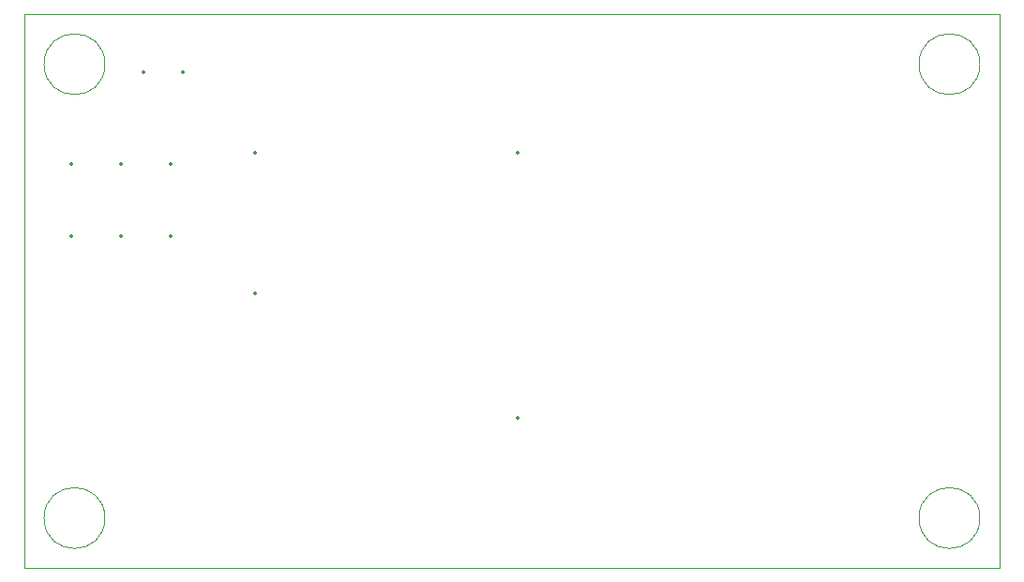
<source format=gko>
%TF.GenerationSoftware,KiCad,Pcbnew,9.0.6-9.0.6~ubuntu24.04.1*%
%TF.CreationDate,2025-11-29T12:56:03-05:00*%
%TF.ProjectId,CardPCB,43617264-5043-4422-9e6b-696361645f70,rev?*%
%TF.SameCoordinates,Original*%
%TF.FileFunction,Profile,NP*%
%FSLAX46Y46*%
G04 Gerber Fmt 4.6, Leading zero omitted, Abs format (unit mm)*
G04 Created by KiCad (PCBNEW 9.0.6-9.0.6~ubuntu24.04.1) date 2025-11-29 12:56:03*
%MOMM*%
%LPD*%
G01*
G04 APERTURE LIST*
%TA.AperFunction,Profile*%
%ADD10C,0.050000*%
%TD*%
%ADD11C,0.350000*%
%ADD12C,0.100000*%
G04 APERTURE END LIST*
D10*
X190250000Y-102500000D02*
G75*
G02*
X184750000Y-102500000I-2750000J0D01*
G01*
X184750000Y-102500000D02*
G75*
G02*
X190250000Y-102500000I2750000J0D01*
G01*
X111250000Y-61500000D02*
G75*
G02*
X105750000Y-61500000I-2750000J0D01*
G01*
X105750000Y-61500000D02*
G75*
G02*
X111250000Y-61500000I2750000J0D01*
G01*
X104000000Y-57000000D02*
X192000000Y-57000000D01*
X192000000Y-107000000D01*
X104000000Y-107000000D01*
X104000000Y-57000000D01*
X111250000Y-102500000D02*
G75*
G02*
X105750000Y-102500000I-2750000J0D01*
G01*
X105750000Y-102500000D02*
G75*
G02*
X111250000Y-102500000I2750000J0D01*
G01*
X190250000Y-61500000D02*
G75*
G02*
X184750000Y-61500000I-2750000J0D01*
G01*
X184750000Y-61500000D02*
G75*
G02*
X190250000Y-61500000I2750000J0D01*
G01*
D11*
X117170000Y-70500000D03*
X112670000Y-70500000D03*
X108170000Y-70500000D03*
X108170000Y-77000000D03*
X112670000Y-77000000D03*
X117170000Y-77000000D03*
D12*
X183500000Y-72000000D03*
X183500000Y-92000000D03*
D11*
X114750000Y-62250000D03*
X118250000Y-62250000D03*
X148500000Y-93500000D03*
X148500000Y-69500000D03*
X124780000Y-69500000D03*
X124780000Y-82200000D03*
M02*

</source>
